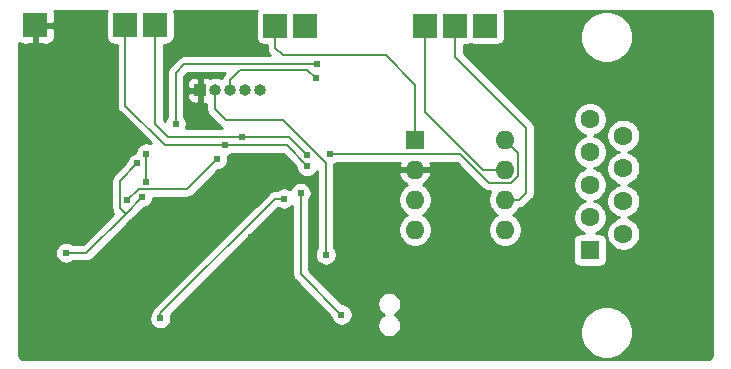
<source format=gbl>
G04 #@! TF.GenerationSoftware,KiCad,Pcbnew,(5.1.9-0-10_14)*
G04 #@! TF.CreationDate,2021-04-11T20:07:46+09:00*
G04 #@! TF.ProjectId,usbCAN,75736243-414e-42e6-9b69-6361645f7063,V1.0*
G04 #@! TF.SameCoordinates,Original*
G04 #@! TF.FileFunction,Copper,L2,Bot*
G04 #@! TF.FilePolarity,Positive*
%FSLAX46Y46*%
G04 Gerber Fmt 4.6, Leading zero omitted, Abs format (unit mm)*
G04 Created by KiCad (PCBNEW (5.1.9-0-10_14)) date 2021-04-11 20:07:46*
%MOMM*%
%LPD*%
G01*
G04 APERTURE LIST*
G04 #@! TA.AperFunction,ComponentPad*
%ADD10R,2.000000X2.000000*%
G04 #@! TD*
G04 #@! TA.AperFunction,ComponentPad*
%ADD11R,1.600000X1.600000*%
G04 #@! TD*
G04 #@! TA.AperFunction,ComponentPad*
%ADD12C,1.600000*%
G04 #@! TD*
G04 #@! TA.AperFunction,ComponentPad*
%ADD13O,1.600000X1.600000*%
G04 #@! TD*
G04 #@! TA.AperFunction,ComponentPad*
%ADD14R,1.000000X1.000000*%
G04 #@! TD*
G04 #@! TA.AperFunction,ComponentPad*
%ADD15O,1.000000X1.000000*%
G04 #@! TD*
G04 #@! TA.AperFunction,ViaPad*
%ADD16C,0.609600*%
G04 #@! TD*
G04 #@! TA.AperFunction,Conductor*
%ADD17C,0.203200*%
G04 #@! TD*
G04 #@! TA.AperFunction,Conductor*
%ADD18C,0.254000*%
G04 #@! TD*
G04 #@! TA.AperFunction,Conductor*
%ADD19C,0.100000*%
G04 #@! TD*
G04 APERTURE END LIST*
D10*
X-27940000Y13500000D03*
D11*
X19000000Y-5540000D03*
D12*
X19000000Y-2770000D03*
X19000000Y0D03*
X19000000Y2770000D03*
X19000000Y5540000D03*
X21840000Y-4155000D03*
X21840000Y-1385000D03*
X21840000Y1385000D03*
X21840000Y4155000D03*
D11*
X4190000Y3810000D03*
D13*
X11810000Y-3810000D03*
X4190000Y1270000D03*
X11810000Y-1270000D03*
X4190000Y-1270000D03*
X11810000Y1270000D03*
X4190000Y-3810000D03*
X11810000Y3810000D03*
D10*
X10160000Y13470000D03*
X-5080000Y13470000D03*
X-7620000Y13470000D03*
X-17800000Y13500000D03*
X-20320000Y13500000D03*
X7620000Y13470000D03*
X5080000Y13470000D03*
D14*
X-14000000Y8000000D03*
D15*
X-12730000Y8000000D03*
X-11460000Y8000000D03*
X-10190000Y8000000D03*
X-8920000Y8000000D03*
D16*
X-9670000Y-4440000D03*
X-11670000Y-8990000D03*
X-22340000Y1620000D03*
X-25850000Y9960000D03*
X-13500000Y11500000D03*
X-25610000Y-12760000D03*
X-2000000Y-13500000D03*
X25000000Y-10000000D03*
X25000000Y0D03*
X25000000Y10000000D03*
X15000000Y10000000D03*
X15000000Y-10000000D03*
X-18890000Y-1030000D03*
X-25340000Y-5770000D03*
X-4110000Y10220000D03*
X-16070000Y5170000D03*
X-19300000Y1800000D03*
X-18600000Y250000D03*
X-18560000Y2630000D03*
X-4210000Y9030000D03*
X-17370000Y-11320000D03*
X-6910000Y-1180000D03*
X-3360000Y-5930000D03*
X-5490000Y-720000D03*
X-2030000Y-11000000D03*
X-11910000Y3320000D03*
X-4940000Y1580000D03*
X-10410000Y4050000D03*
X-4960000Y2540000D03*
X-2970000Y2590000D03*
X-20160000Y-1310000D03*
X-12550000Y2160000D03*
D17*
X-9670000Y-6990000D02*
X-11670000Y-8990000D01*
X-9670000Y-4440000D02*
X-9670000Y-6990000D01*
X4190000Y1270000D02*
X2820000Y1270000D01*
X2820000Y1270000D02*
X250000Y-1300000D01*
X250000Y-1300000D02*
X250000Y-11170000D01*
X250000Y-11170000D02*
X-1240000Y-12660000D01*
X-8000000Y-12660000D02*
X-11670000Y-8990000D01*
X-1240000Y-12660000D02*
X-8000000Y-12660000D01*
X-22340000Y1620000D02*
X-22340000Y6450000D01*
X-22340000Y6450000D02*
X-25850000Y9960000D01*
X-23630000Y-5770000D02*
X-25340000Y-5770000D01*
X-20315000Y-2455000D02*
X-23630000Y-5770000D01*
X-20769601Y-2000399D02*
X-20315000Y-2455000D01*
X-18890000Y-1030000D02*
X-20315000Y-2455000D01*
X-16070000Y8860000D02*
X-16070000Y5170000D01*
X-16070000Y9470000D02*
X-16070000Y8860000D01*
X-15320000Y10220000D02*
X-16070000Y9470000D01*
X-4110000Y10220000D02*
X-15320000Y10220000D01*
X-20769601Y330399D02*
X-20769601Y-2000399D01*
X-19300000Y1800000D02*
X-20769601Y330399D01*
X-18560000Y290000D02*
X-18600000Y250000D01*
X-18560000Y2630000D02*
X-18560000Y290000D01*
X-11460000Y8851504D02*
X-11460000Y8000000D01*
X-10581504Y9730000D02*
X-11460000Y8851504D01*
X-4910000Y9730000D02*
X-10581504Y9730000D01*
X-4210000Y9030000D02*
X-4910000Y9730000D01*
X-17370000Y-10888948D02*
X-7661052Y-1180000D01*
X-7661052Y-1180000D02*
X-6910000Y-1180000D01*
X-17370000Y-11320000D02*
X-17370000Y-10888948D01*
X11810000Y-1270000D02*
X13020000Y-1270000D01*
X13020000Y-1270000D02*
X13600000Y-690000D01*
X13600000Y-690000D02*
X13600000Y4820000D01*
X7620000Y10800000D02*
X7620000Y13470000D01*
X13600000Y4820000D02*
X7620000Y10800000D01*
X11810000Y1270000D02*
X9920000Y1270000D01*
X5080000Y6110000D02*
X5080000Y13470000D01*
X9920000Y1270000D02*
X5080000Y6110000D01*
X-11790000Y5430000D02*
X-12730000Y6370000D01*
X-6947790Y5430000D02*
X-11790000Y5430000D01*
X-3360000Y1842210D02*
X-6947790Y5430000D01*
X-12730000Y6370000D02*
X-12730000Y8000000D01*
X-3360000Y-5930000D02*
X-3360000Y1842210D01*
X4190000Y3810000D02*
X4190000Y8470000D01*
X4190000Y8470000D02*
X1720000Y10940000D01*
X1720000Y10940000D02*
X-7020000Y10940000D01*
X-7620000Y11540000D02*
X-7620000Y13470000D01*
X-7020000Y10940000D02*
X-7620000Y11540000D01*
X-5490000Y-7540000D02*
X-2030000Y-11000000D01*
X-5490000Y-720000D02*
X-5490000Y-7540000D01*
X-20320000Y11730000D02*
X-20320000Y13500000D01*
X-6680000Y3320000D02*
X-11910000Y3320000D01*
X-4940000Y1580000D02*
X-6680000Y3320000D01*
X-11910000Y3320000D02*
X-16970000Y3320000D01*
X-20320000Y6670000D02*
X-20320000Y11730000D01*
X-16970000Y3320000D02*
X-20320000Y6670000D01*
X-6470000Y4050000D02*
X-10410000Y4050000D01*
X-4960000Y2540000D02*
X-6470000Y4050000D01*
X-17800000Y5130000D02*
X-17800000Y9784750D01*
X-16720000Y4050000D02*
X-17800000Y5130000D01*
X-17800000Y9784750D02*
X-17800000Y13500000D01*
X-10410000Y4050000D02*
X-16720000Y4050000D01*
X12914801Y739695D02*
X12914801Y2705199D01*
X12340305Y165199D02*
X12914801Y739695D01*
X10450051Y165199D02*
X12340305Y165199D01*
X12914801Y2705199D02*
X11810000Y3810000D01*
X8025250Y2590000D02*
X10450051Y165199D01*
X-2970000Y2590000D02*
X8025250Y2590000D01*
X-19209601Y-359601D02*
X-20160000Y-1310000D01*
X-15069601Y-359601D02*
X-19209601Y-359601D01*
X-12550000Y2160000D02*
X-15069601Y-359601D01*
D18*
X-21945812Y14624482D02*
X-21958072Y14500000D01*
X-21958072Y12500000D01*
X-21945812Y12375518D01*
X-21909502Y12255820D01*
X-21850537Y12145506D01*
X-21771185Y12048815D01*
X-21674494Y11969463D01*
X-21564180Y11910498D01*
X-21444482Y11874188D01*
X-21320000Y11861928D01*
X-21056600Y11861928D01*
X-21056600Y11693815D01*
X-21056599Y11693805D01*
X-21056600Y6706183D01*
X-21060164Y6670000D01*
X-21056600Y6633817D01*
X-21056600Y6633815D01*
X-21045942Y6525602D01*
X-21003822Y6386752D01*
X-20975526Y6333814D01*
X-20935424Y6258788D01*
X-20903367Y6219727D01*
X-20843375Y6146626D01*
X-20815268Y6123559D01*
X-18182629Y3490920D01*
X-18285871Y3533684D01*
X-18467438Y3569800D01*
X-18652562Y3569800D01*
X-18834129Y3533684D01*
X-19005162Y3462840D01*
X-19159087Y3359990D01*
X-19289990Y3229087D01*
X-19392840Y3075162D01*
X-19463684Y2904129D01*
X-19499800Y2722562D01*
X-19499800Y2718469D01*
X-19574129Y2703684D01*
X-19745162Y2632840D01*
X-19899087Y2529990D01*
X-20029990Y2399087D01*
X-20132840Y2245162D01*
X-20203684Y2074129D01*
X-20237479Y1904231D01*
X-21264869Y876840D01*
X-21292976Y853773D01*
X-21385025Y741611D01*
X-21453423Y613647D01*
X-21495543Y474797D01*
X-21504824Y380562D01*
X-21509765Y330399D01*
X-21506201Y294215D01*
X-21506200Y-1964206D01*
X-21509765Y-2000399D01*
X-21498004Y-2119800D01*
X-21495542Y-2144798D01*
X-21487365Y-2171753D01*
X-21453423Y-2283646D01*
X-21385025Y-2411611D01*
X-21352704Y-2450994D01*
X-23935109Y-5033400D01*
X-24750806Y-5033400D01*
X-24894838Y-4937160D01*
X-25065871Y-4866316D01*
X-25247438Y-4830200D01*
X-25432562Y-4830200D01*
X-25614129Y-4866316D01*
X-25785162Y-4937160D01*
X-25939087Y-5040010D01*
X-26069990Y-5170913D01*
X-26172840Y-5324838D01*
X-26243684Y-5495871D01*
X-26279800Y-5677438D01*
X-26279800Y-5862562D01*
X-26243684Y-6044129D01*
X-26172840Y-6215162D01*
X-26069990Y-6369087D01*
X-25939087Y-6499990D01*
X-25785162Y-6602840D01*
X-25614129Y-6673684D01*
X-25432562Y-6709800D01*
X-25247438Y-6709800D01*
X-25065871Y-6673684D01*
X-24894838Y-6602840D01*
X-24750806Y-6506600D01*
X-23666183Y-6506600D01*
X-23630000Y-6510164D01*
X-23593817Y-6506600D01*
X-23593814Y-6506600D01*
X-23485601Y-6495942D01*
X-23346751Y-6453822D01*
X-23218787Y-6385424D01*
X-23106625Y-6293375D01*
X-23083554Y-6265263D01*
X-19819731Y-3001441D01*
X-19791625Y-2978375D01*
X-19768554Y-2950263D01*
X-18785770Y-1967479D01*
X-18615871Y-1933684D01*
X-18444838Y-1862840D01*
X-18290913Y-1759990D01*
X-18160010Y-1629087D01*
X-18057160Y-1475162D01*
X-17986316Y-1304129D01*
X-17950200Y-1122562D01*
X-17950200Y-1096201D01*
X-15105784Y-1096201D01*
X-15069601Y-1099765D01*
X-15033418Y-1096201D01*
X-15033415Y-1096201D01*
X-14925202Y-1085543D01*
X-14786352Y-1043423D01*
X-14658388Y-975025D01*
X-14546226Y-882976D01*
X-14523155Y-854865D01*
X-12445769Y1222521D01*
X-12275871Y1256316D01*
X-12104838Y1327160D01*
X-11950913Y1430010D01*
X-11820010Y1560913D01*
X-11717160Y1714838D01*
X-11646316Y1885871D01*
X-11610200Y2067438D01*
X-11610200Y2252562D01*
X-11642510Y2414995D01*
X-11635871Y2416316D01*
X-11464838Y2487160D01*
X-11320806Y2583400D01*
X-6985109Y2583400D01*
X-5877479Y1475769D01*
X-5843684Y1305871D01*
X-5772840Y1134838D01*
X-5669990Y980913D01*
X-5539087Y850010D01*
X-5385162Y747160D01*
X-5214129Y676316D01*
X-5032562Y640200D01*
X-4847438Y640200D01*
X-4665871Y676316D01*
X-4494838Y747160D01*
X-4340913Y850010D01*
X-4210010Y980913D01*
X-4107160Y1134838D01*
X-4096599Y1160334D01*
X-4096600Y-5340805D01*
X-4192840Y-5484838D01*
X-4263684Y-5655871D01*
X-4299800Y-5837438D01*
X-4299800Y-6022562D01*
X-4263684Y-6204129D01*
X-4192840Y-6375162D01*
X-4089990Y-6529087D01*
X-3959087Y-6659990D01*
X-3805162Y-6762840D01*
X-3634129Y-6833684D01*
X-3452562Y-6869800D01*
X-3267438Y-6869800D01*
X-3085871Y-6833684D01*
X-2914838Y-6762840D01*
X-2760913Y-6659990D01*
X-2630010Y-6529087D01*
X-2527160Y-6375162D01*
X-2456316Y-6204129D01*
X-2420200Y-6022562D01*
X-2420200Y-5837438D01*
X-2456316Y-5655871D01*
X-2527160Y-5484838D01*
X-2623400Y-5340806D01*
X-2623400Y-1128665D01*
X2755000Y-1128665D01*
X2755000Y-1411335D01*
X2810147Y-1688574D01*
X2918320Y-1949727D01*
X3075363Y-2184759D01*
X3275241Y-2384637D01*
X3507759Y-2540000D01*
X3275241Y-2695363D01*
X3075363Y-2895241D01*
X2918320Y-3130273D01*
X2810147Y-3391426D01*
X2755000Y-3668665D01*
X2755000Y-3951335D01*
X2810147Y-4228574D01*
X2918320Y-4489727D01*
X3075363Y-4724759D01*
X3275241Y-4924637D01*
X3510273Y-5081680D01*
X3771426Y-5189853D01*
X4048665Y-5245000D01*
X4331335Y-5245000D01*
X4608574Y-5189853D01*
X4869727Y-5081680D01*
X5104759Y-4924637D01*
X5304637Y-4724759D01*
X5461680Y-4489727D01*
X5569853Y-4228574D01*
X5625000Y-3951335D01*
X5625000Y-3668665D01*
X5569853Y-3391426D01*
X5461680Y-3130273D01*
X5304637Y-2895241D01*
X5104759Y-2695363D01*
X4872241Y-2540000D01*
X5104759Y-2384637D01*
X5304637Y-2184759D01*
X5461680Y-1949727D01*
X5569853Y-1688574D01*
X5625000Y-1411335D01*
X5625000Y-1128665D01*
X5569853Y-851426D01*
X5461680Y-590273D01*
X5304637Y-355241D01*
X5104759Y-155363D01*
X4869727Y1680D01*
X4859135Y6067D01*
X5045131Y117615D01*
X5253519Y306586D01*
X5421037Y532580D01*
X5541246Y786913D01*
X5581904Y920961D01*
X5459915Y1143000D01*
X4317000Y1143000D01*
X4317000Y1123000D01*
X4063000Y1123000D01*
X4063000Y1143000D01*
X2920085Y1143000D01*
X2798096Y920961D01*
X2838754Y786913D01*
X2958963Y532580D01*
X3126481Y306586D01*
X3334869Y117615D01*
X3520865Y6067D01*
X3510273Y1680D01*
X3275241Y-155363D01*
X3075363Y-355241D01*
X2918320Y-590273D01*
X2810147Y-851426D01*
X2755000Y-1128665D01*
X-2623400Y-1128665D01*
X-2623400Y1716334D01*
X-2524838Y1757160D01*
X-2380806Y1853400D01*
X2886166Y1853400D01*
X2838754Y1753087D01*
X2798096Y1619039D01*
X2920085Y1397000D01*
X4063000Y1397000D01*
X4063000Y1417000D01*
X4317000Y1417000D01*
X4317000Y1397000D01*
X5459915Y1397000D01*
X5581904Y1619039D01*
X5541246Y1753087D01*
X5493834Y1853400D01*
X7720141Y1853400D01*
X9903605Y-330064D01*
X9926676Y-358176D01*
X10038838Y-450225D01*
X10166802Y-518623D01*
X10305652Y-560743D01*
X10413865Y-571401D01*
X10413874Y-571401D01*
X10450050Y-574964D01*
X10486226Y-571401D01*
X10550930Y-571401D01*
X10538320Y-590273D01*
X10430147Y-851426D01*
X10375000Y-1128665D01*
X10375000Y-1411335D01*
X10430147Y-1688574D01*
X10538320Y-1949727D01*
X10695363Y-2184759D01*
X10895241Y-2384637D01*
X11127759Y-2540000D01*
X10895241Y-2695363D01*
X10695363Y-2895241D01*
X10538320Y-3130273D01*
X10430147Y-3391426D01*
X10375000Y-3668665D01*
X10375000Y-3951335D01*
X10430147Y-4228574D01*
X10538320Y-4489727D01*
X10695363Y-4724759D01*
X10895241Y-4924637D01*
X11130273Y-5081680D01*
X11391426Y-5189853D01*
X11668665Y-5245000D01*
X11951335Y-5245000D01*
X12228574Y-5189853D01*
X12489727Y-5081680D01*
X12724759Y-4924637D01*
X12909396Y-4740000D01*
X17561928Y-4740000D01*
X17561928Y-6340000D01*
X17574188Y-6464482D01*
X17610498Y-6584180D01*
X17669463Y-6694494D01*
X17748815Y-6791185D01*
X17845506Y-6870537D01*
X17955820Y-6929502D01*
X18075518Y-6965812D01*
X18200000Y-6978072D01*
X19800000Y-6978072D01*
X19924482Y-6965812D01*
X20044180Y-6929502D01*
X20154494Y-6870537D01*
X20251185Y-6791185D01*
X20330537Y-6694494D01*
X20389502Y-6584180D01*
X20425812Y-6464482D01*
X20438072Y-6340000D01*
X20438072Y-4740000D01*
X20425812Y-4615518D01*
X20389502Y-4495820D01*
X20330537Y-4385506D01*
X20251185Y-4288815D01*
X20154494Y-4209463D01*
X20044180Y-4150498D01*
X19924482Y-4114188D01*
X19800000Y-4101928D01*
X19534275Y-4101928D01*
X19679727Y-4041680D01*
X19914759Y-3884637D01*
X20114637Y-3684759D01*
X20271680Y-3449727D01*
X20379853Y-3188574D01*
X20435000Y-2911335D01*
X20435000Y-2628665D01*
X20379853Y-2351426D01*
X20271680Y-2090273D01*
X20114637Y-1855241D01*
X19914759Y-1655363D01*
X19679727Y-1498320D01*
X19418574Y-1390147D01*
X19392699Y-1385000D01*
X19418574Y-1379853D01*
X19679727Y-1271680D01*
X19914759Y-1114637D01*
X20114637Y-914759D01*
X20271680Y-679727D01*
X20379853Y-418574D01*
X20435000Y-141335D01*
X20435000Y141335D01*
X20379853Y418574D01*
X20271680Y679727D01*
X20114637Y914759D01*
X19914759Y1114637D01*
X19679727Y1271680D01*
X19418574Y1379853D01*
X19392699Y1385000D01*
X19418574Y1390147D01*
X19679727Y1498320D01*
X19914759Y1655363D01*
X20114637Y1855241D01*
X20271680Y2090273D01*
X20379853Y2351426D01*
X20435000Y2628665D01*
X20435000Y2911335D01*
X20379853Y3188574D01*
X20271680Y3449727D01*
X20114637Y3684759D01*
X19914759Y3884637D01*
X19679727Y4041680D01*
X19418574Y4149853D01*
X19392699Y4155000D01*
X19418574Y4160147D01*
X19679727Y4268320D01*
X19721654Y4296335D01*
X20405000Y4296335D01*
X20405000Y4013665D01*
X20460147Y3736426D01*
X20568320Y3475273D01*
X20725363Y3240241D01*
X20925241Y3040363D01*
X21160273Y2883320D01*
X21421426Y2775147D01*
X21447301Y2770000D01*
X21421426Y2764853D01*
X21160273Y2656680D01*
X20925241Y2499637D01*
X20725363Y2299759D01*
X20568320Y2064727D01*
X20460147Y1803574D01*
X20405000Y1526335D01*
X20405000Y1243665D01*
X20460147Y966426D01*
X20568320Y705273D01*
X20725363Y470241D01*
X20925241Y270363D01*
X21160273Y113320D01*
X21421426Y5147D01*
X21447301Y0D01*
X21421426Y-5147D01*
X21160273Y-113320D01*
X20925241Y-270363D01*
X20725363Y-470241D01*
X20568320Y-705273D01*
X20460147Y-966426D01*
X20405000Y-1243665D01*
X20405000Y-1526335D01*
X20460147Y-1803574D01*
X20568320Y-2064727D01*
X20725363Y-2299759D01*
X20925241Y-2499637D01*
X21160273Y-2656680D01*
X21421426Y-2764853D01*
X21447301Y-2770000D01*
X21421426Y-2775147D01*
X21160273Y-2883320D01*
X20925241Y-3040363D01*
X20725363Y-3240241D01*
X20568320Y-3475273D01*
X20460147Y-3736426D01*
X20405000Y-4013665D01*
X20405000Y-4296335D01*
X20460147Y-4573574D01*
X20568320Y-4834727D01*
X20725363Y-5069759D01*
X20925241Y-5269637D01*
X21160273Y-5426680D01*
X21421426Y-5534853D01*
X21698665Y-5590000D01*
X21981335Y-5590000D01*
X22258574Y-5534853D01*
X22519727Y-5426680D01*
X22754759Y-5269637D01*
X22954637Y-5069759D01*
X23111680Y-4834727D01*
X23219853Y-4573574D01*
X23275000Y-4296335D01*
X23275000Y-4013665D01*
X23219853Y-3736426D01*
X23111680Y-3475273D01*
X22954637Y-3240241D01*
X22754759Y-3040363D01*
X22519727Y-2883320D01*
X22258574Y-2775147D01*
X22232699Y-2770000D01*
X22258574Y-2764853D01*
X22519727Y-2656680D01*
X22754759Y-2499637D01*
X22954637Y-2299759D01*
X23111680Y-2064727D01*
X23219853Y-1803574D01*
X23275000Y-1526335D01*
X23275000Y-1243665D01*
X23219853Y-966426D01*
X23111680Y-705273D01*
X22954637Y-470241D01*
X22754759Y-270363D01*
X22519727Y-113320D01*
X22258574Y-5147D01*
X22232699Y0D01*
X22258574Y5147D01*
X22519727Y113320D01*
X22754759Y270363D01*
X22954637Y470241D01*
X23111680Y705273D01*
X23219853Y966426D01*
X23275000Y1243665D01*
X23275000Y1526335D01*
X23219853Y1803574D01*
X23111680Y2064727D01*
X22954637Y2299759D01*
X22754759Y2499637D01*
X22519727Y2656680D01*
X22258574Y2764853D01*
X22232699Y2770000D01*
X22258574Y2775147D01*
X22519727Y2883320D01*
X22754759Y3040363D01*
X22954637Y3240241D01*
X23111680Y3475273D01*
X23219853Y3736426D01*
X23275000Y4013665D01*
X23275000Y4296335D01*
X23219853Y4573574D01*
X23111680Y4834727D01*
X22954637Y5069759D01*
X22754759Y5269637D01*
X22519727Y5426680D01*
X22258574Y5534853D01*
X21981335Y5590000D01*
X21698665Y5590000D01*
X21421426Y5534853D01*
X21160273Y5426680D01*
X20925241Y5269637D01*
X20725363Y5069759D01*
X20568320Y4834727D01*
X20460147Y4573574D01*
X20405000Y4296335D01*
X19721654Y4296335D01*
X19914759Y4425363D01*
X20114637Y4625241D01*
X20271680Y4860273D01*
X20379853Y5121426D01*
X20435000Y5398665D01*
X20435000Y5681335D01*
X20379853Y5958574D01*
X20271680Y6219727D01*
X20114637Y6454759D01*
X19914759Y6654637D01*
X19679727Y6811680D01*
X19418574Y6919853D01*
X19141335Y6975000D01*
X18858665Y6975000D01*
X18581426Y6919853D01*
X18320273Y6811680D01*
X18085241Y6654637D01*
X17885363Y6454759D01*
X17728320Y6219727D01*
X17620147Y5958574D01*
X17565000Y5681335D01*
X17565000Y5398665D01*
X17620147Y5121426D01*
X17728320Y4860273D01*
X17885363Y4625241D01*
X18085241Y4425363D01*
X18320273Y4268320D01*
X18581426Y4160147D01*
X18607301Y4155000D01*
X18581426Y4149853D01*
X18320273Y4041680D01*
X18085241Y3884637D01*
X17885363Y3684759D01*
X17728320Y3449727D01*
X17620147Y3188574D01*
X17565000Y2911335D01*
X17565000Y2628665D01*
X17620147Y2351426D01*
X17728320Y2090273D01*
X17885363Y1855241D01*
X18085241Y1655363D01*
X18320273Y1498320D01*
X18581426Y1390147D01*
X18607301Y1385000D01*
X18581426Y1379853D01*
X18320273Y1271680D01*
X18085241Y1114637D01*
X17885363Y914759D01*
X17728320Y679727D01*
X17620147Y418574D01*
X17565000Y141335D01*
X17565000Y-141335D01*
X17620147Y-418574D01*
X17728320Y-679727D01*
X17885363Y-914759D01*
X18085241Y-1114637D01*
X18320273Y-1271680D01*
X18581426Y-1379853D01*
X18607301Y-1385000D01*
X18581426Y-1390147D01*
X18320273Y-1498320D01*
X18085241Y-1655363D01*
X17885363Y-1855241D01*
X17728320Y-2090273D01*
X17620147Y-2351426D01*
X17565000Y-2628665D01*
X17565000Y-2911335D01*
X17620147Y-3188574D01*
X17728320Y-3449727D01*
X17885363Y-3684759D01*
X18085241Y-3884637D01*
X18320273Y-4041680D01*
X18465725Y-4101928D01*
X18200000Y-4101928D01*
X18075518Y-4114188D01*
X17955820Y-4150498D01*
X17845506Y-4209463D01*
X17748815Y-4288815D01*
X17669463Y-4385506D01*
X17610498Y-4495820D01*
X17574188Y-4615518D01*
X17561928Y-4740000D01*
X12909396Y-4740000D01*
X12924637Y-4724759D01*
X13081680Y-4489727D01*
X13189853Y-4228574D01*
X13245000Y-3951335D01*
X13245000Y-3668665D01*
X13189853Y-3391426D01*
X13081680Y-3130273D01*
X12924637Y-2895241D01*
X12724759Y-2695363D01*
X12492241Y-2540000D01*
X12724759Y-2384637D01*
X12924637Y-2184759D01*
X13042798Y-2007918D01*
X13056183Y-2006600D01*
X13056186Y-2006600D01*
X13164399Y-1995942D01*
X13303249Y-1953822D01*
X13431213Y-1885424D01*
X13543375Y-1793375D01*
X13566445Y-1765264D01*
X14095273Y-1236437D01*
X14123374Y-1213375D01*
X14146437Y-1185273D01*
X14146442Y-1185268D01*
X14215424Y-1101213D01*
X14250494Y-1035601D01*
X14283822Y-973249D01*
X14325942Y-834399D01*
X14336600Y-726186D01*
X14336600Y-726185D01*
X14340164Y-690000D01*
X14336600Y-653814D01*
X14336600Y4783825D01*
X14340163Y4820001D01*
X14336600Y4856177D01*
X14336600Y4856186D01*
X14325942Y4964399D01*
X14283822Y5103249D01*
X14215424Y5231213D01*
X14123375Y5343375D01*
X14095269Y5366441D01*
X8356600Y11105109D01*
X8356600Y11831928D01*
X8620000Y11831928D01*
X8744482Y11844188D01*
X8864180Y11880498D01*
X8890000Y11894299D01*
X8915820Y11880498D01*
X9035518Y11844188D01*
X9160000Y11831928D01*
X11160000Y11831928D01*
X11284482Y11844188D01*
X11404180Y11880498D01*
X11514494Y11939463D01*
X11611185Y12018815D01*
X11690537Y12115506D01*
X11749502Y12225820D01*
X11785812Y12345518D01*
X11798072Y12470000D01*
X11798072Y12720128D01*
X18185000Y12720128D01*
X18185000Y12279872D01*
X18270890Y11848075D01*
X18439369Y11441331D01*
X18683962Y11075271D01*
X18995271Y10763962D01*
X19361331Y10519369D01*
X19768075Y10350890D01*
X20199872Y10265000D01*
X20640128Y10265000D01*
X21071925Y10350890D01*
X21478669Y10519369D01*
X21844729Y10763962D01*
X22156038Y11075271D01*
X22400631Y11441331D01*
X22569110Y11848075D01*
X22655000Y12279872D01*
X22655000Y12720128D01*
X22569110Y13151925D01*
X22400631Y13558669D01*
X22156038Y13924729D01*
X21844729Y14236038D01*
X21478669Y14480631D01*
X21071925Y14649110D01*
X20640128Y14735000D01*
X20199872Y14735000D01*
X19768075Y14649110D01*
X19361331Y14480631D01*
X18995271Y14236038D01*
X18683962Y13924729D01*
X18439369Y13558669D01*
X18270890Y13151925D01*
X18185000Y12720128D01*
X11798072Y12720128D01*
X11798072Y14470000D01*
X11785812Y14594482D01*
X11749502Y14714180D01*
X11735701Y14740000D01*
X28967721Y14740000D01*
X29065424Y14730420D01*
X29128356Y14711420D01*
X29186405Y14680555D01*
X29237343Y14639011D01*
X29279248Y14588356D01*
X29310515Y14530529D01*
X29329956Y14467728D01*
X29340000Y14372165D01*
X29340001Y-14367711D01*
X29330420Y-14465424D01*
X29311420Y-14528357D01*
X29280554Y-14586406D01*
X29239011Y-14637343D01*
X29188356Y-14679248D01*
X29130529Y-14710515D01*
X29067728Y-14729956D01*
X28972165Y-14740000D01*
X-28967721Y-14740000D01*
X-29065424Y-14730420D01*
X-29128357Y-14711420D01*
X-29186406Y-14680554D01*
X-29237343Y-14639011D01*
X-29279248Y-14588356D01*
X-29310515Y-14530529D01*
X-29329956Y-14467728D01*
X-29340000Y-14372165D01*
X-29340000Y-11227438D01*
X-18309800Y-11227438D01*
X-18309800Y-11412562D01*
X-18273684Y-11594129D01*
X-18202840Y-11765162D01*
X-18099990Y-11919087D01*
X-17969087Y-12049990D01*
X-17815162Y-12152840D01*
X-17644129Y-12223684D01*
X-17462562Y-12259800D01*
X-17277438Y-12259800D01*
X-17095871Y-12223684D01*
X-16924838Y-12152840D01*
X-16770913Y-12049990D01*
X-16640010Y-11919087D01*
X-16537160Y-11765162D01*
X-16466316Y-11594129D01*
X-16430200Y-11412562D01*
X-16430200Y-11227438D01*
X-16466316Y-11045871D01*
X-16471851Y-11032508D01*
X-7413321Y-1973979D01*
X-7355162Y-2012840D01*
X-7184129Y-2083684D01*
X-7002562Y-2119800D01*
X-6817438Y-2119800D01*
X-6635871Y-2083684D01*
X-6464838Y-2012840D01*
X-6310913Y-1909990D01*
X-6226600Y-1825677D01*
X-6226599Y-7503807D01*
X-6230164Y-7540000D01*
X-6217208Y-7671532D01*
X-6215941Y-7684399D01*
X-6173821Y-7823249D01*
X-6105423Y-7951213D01*
X-6013374Y-8063375D01*
X-5985268Y-8086441D01*
X-2967479Y-11104231D01*
X-2933684Y-11274129D01*
X-2862840Y-11445162D01*
X-2759990Y-11599087D01*
X-2629087Y-11729990D01*
X-2475162Y-11832840D01*
X-2304129Y-11903684D01*
X-2122562Y-11939800D01*
X-1937438Y-11939800D01*
X-1755871Y-11903684D01*
X-1584838Y-11832840D01*
X-1430913Y-11729990D01*
X-1300010Y-11599087D01*
X-1197160Y-11445162D01*
X-1126316Y-11274129D01*
X-1090200Y-11092562D01*
X-1090200Y-10907438D01*
X-1126316Y-10725871D01*
X-1197160Y-10554838D01*
X-1300010Y-10400913D01*
X-1430913Y-10270010D01*
X-1584838Y-10167160D01*
X-1755871Y-10096316D01*
X-1925769Y-10062521D01*
X-1987766Y-10000524D01*
X990000Y-10000524D01*
X990000Y-10199476D01*
X1028814Y-10394606D01*
X1104950Y-10578414D01*
X1215482Y-10743837D01*
X1356163Y-10884518D01*
X1521586Y-10995050D01*
X1533536Y-11000000D01*
X1521586Y-11004950D01*
X1356163Y-11115482D01*
X1215482Y-11256163D01*
X1104950Y-11421586D01*
X1028814Y-11605394D01*
X990000Y-11800524D01*
X990000Y-11999476D01*
X1028814Y-12194606D01*
X1104950Y-12378414D01*
X1215482Y-12543837D01*
X1356163Y-12684518D01*
X1521586Y-12795050D01*
X1705394Y-12871186D01*
X1900524Y-12910000D01*
X2099476Y-12910000D01*
X2294606Y-12871186D01*
X2478414Y-12795050D01*
X2643837Y-12684518D01*
X2784518Y-12543837D01*
X2895050Y-12378414D01*
X2935867Y-12279872D01*
X18185000Y-12279872D01*
X18185000Y-12720128D01*
X18270890Y-13151925D01*
X18439369Y-13558669D01*
X18683962Y-13924729D01*
X18995271Y-14236038D01*
X19361331Y-14480631D01*
X19768075Y-14649110D01*
X20199872Y-14735000D01*
X20640128Y-14735000D01*
X21071925Y-14649110D01*
X21478669Y-14480631D01*
X21844729Y-14236038D01*
X22156038Y-13924729D01*
X22400631Y-13558669D01*
X22569110Y-13151925D01*
X22655000Y-12720128D01*
X22655000Y-12279872D01*
X22569110Y-11848075D01*
X22400631Y-11441331D01*
X22156038Y-11075271D01*
X21844729Y-10763962D01*
X21478669Y-10519369D01*
X21071925Y-10350890D01*
X20640128Y-10265000D01*
X20199872Y-10265000D01*
X19768075Y-10350890D01*
X19361331Y-10519369D01*
X18995271Y-10763962D01*
X18683962Y-11075271D01*
X18439369Y-11441331D01*
X18270890Y-11848075D01*
X18185000Y-12279872D01*
X2935867Y-12279872D01*
X2971186Y-12194606D01*
X3010000Y-11999476D01*
X3010000Y-11800524D01*
X2971186Y-11605394D01*
X2895050Y-11421586D01*
X2784518Y-11256163D01*
X2643837Y-11115482D01*
X2478414Y-11004950D01*
X2466464Y-11000000D01*
X2478414Y-10995050D01*
X2643837Y-10884518D01*
X2784518Y-10743837D01*
X2895050Y-10578414D01*
X2971186Y-10394606D01*
X3010000Y-10199476D01*
X3010000Y-10000524D01*
X2971186Y-9805394D01*
X2895050Y-9621586D01*
X2784518Y-9456163D01*
X2643837Y-9315482D01*
X2478414Y-9204950D01*
X2294606Y-9128814D01*
X2099476Y-9090000D01*
X1900524Y-9090000D01*
X1705394Y-9128814D01*
X1521586Y-9204950D01*
X1356163Y-9315482D01*
X1215482Y-9456163D01*
X1104950Y-9621586D01*
X1028814Y-9805394D01*
X990000Y-10000524D01*
X-1987766Y-10000524D01*
X-4753400Y-7234891D01*
X-4753400Y-1309194D01*
X-4657160Y-1165162D01*
X-4586316Y-994129D01*
X-4550200Y-812562D01*
X-4550200Y-627438D01*
X-4586316Y-445871D01*
X-4657160Y-274838D01*
X-4760010Y-120913D01*
X-4890913Y9990D01*
X-5044838Y112840D01*
X-5215871Y183684D01*
X-5397438Y219800D01*
X-5582562Y219800D01*
X-5764129Y183684D01*
X-5935162Y112840D01*
X-6089087Y9990D01*
X-6219990Y-120913D01*
X-6322840Y-274838D01*
X-6377084Y-405796D01*
X-6464838Y-347160D01*
X-6635871Y-276316D01*
X-6817438Y-240200D01*
X-7002562Y-240200D01*
X-7184129Y-276316D01*
X-7355162Y-347160D01*
X-7499194Y-443400D01*
X-7624866Y-443400D01*
X-7661052Y-439836D01*
X-7697238Y-443400D01*
X-7805451Y-454058D01*
X-7944301Y-496178D01*
X-8033878Y-544058D01*
X-8072265Y-564576D01*
X-8138322Y-618788D01*
X-8184427Y-656625D01*
X-8207493Y-684731D01*
X-17865268Y-10342507D01*
X-17893374Y-10365573D01*
X-17985424Y-10477735D01*
X-18053822Y-10605699D01*
X-18083887Y-10704810D01*
X-18099990Y-10720913D01*
X-18202840Y-10874838D01*
X-18273684Y-11045871D01*
X-18309800Y-11227438D01*
X-29340000Y-11227438D01*
X-29340000Y12006809D01*
X-29294494Y11969463D01*
X-29184180Y11910498D01*
X-29064482Y11874188D01*
X-28940000Y11861928D01*
X-28225750Y11865000D01*
X-28067000Y12023750D01*
X-28067000Y13373000D01*
X-27813000Y13373000D01*
X-27813000Y12023750D01*
X-27654250Y11865000D01*
X-26940000Y11861928D01*
X-26815518Y11874188D01*
X-26695820Y11910498D01*
X-26585506Y11969463D01*
X-26488815Y12048815D01*
X-26409463Y12145506D01*
X-26350498Y12255820D01*
X-26314188Y12375518D01*
X-26301928Y12500000D01*
X-26305000Y13214250D01*
X-26463750Y13373000D01*
X-27813000Y13373000D01*
X-28067000Y13373000D01*
X-28087000Y13373000D01*
X-28087000Y13627000D01*
X-28067000Y13627000D01*
X-28067000Y13647000D01*
X-27813000Y13647000D01*
X-27813000Y13627000D01*
X-26463750Y13627000D01*
X-26305000Y13785750D01*
X-26301928Y14500000D01*
X-26314188Y14624482D01*
X-26349230Y14740000D01*
X-21910770Y14740000D01*
X-21945812Y14624482D01*
G04 #@! TA.AperFunction,Conductor*
D19*
G36*
X-21945812Y14624482D02*
G01*
X-21958072Y14500000D01*
X-21958072Y12500000D01*
X-21945812Y12375518D01*
X-21909502Y12255820D01*
X-21850537Y12145506D01*
X-21771185Y12048815D01*
X-21674494Y11969463D01*
X-21564180Y11910498D01*
X-21444482Y11874188D01*
X-21320000Y11861928D01*
X-21056600Y11861928D01*
X-21056600Y11693815D01*
X-21056599Y11693805D01*
X-21056600Y6706183D01*
X-21060164Y6670000D01*
X-21056600Y6633817D01*
X-21056600Y6633815D01*
X-21045942Y6525602D01*
X-21003822Y6386752D01*
X-20975526Y6333814D01*
X-20935424Y6258788D01*
X-20903367Y6219727D01*
X-20843375Y6146626D01*
X-20815268Y6123559D01*
X-18182629Y3490920D01*
X-18285871Y3533684D01*
X-18467438Y3569800D01*
X-18652562Y3569800D01*
X-18834129Y3533684D01*
X-19005162Y3462840D01*
X-19159087Y3359990D01*
X-19289990Y3229087D01*
X-19392840Y3075162D01*
X-19463684Y2904129D01*
X-19499800Y2722562D01*
X-19499800Y2718469D01*
X-19574129Y2703684D01*
X-19745162Y2632840D01*
X-19899087Y2529990D01*
X-20029990Y2399087D01*
X-20132840Y2245162D01*
X-20203684Y2074129D01*
X-20237479Y1904231D01*
X-21264869Y876840D01*
X-21292976Y853773D01*
X-21385025Y741611D01*
X-21453423Y613647D01*
X-21495543Y474797D01*
X-21504824Y380562D01*
X-21509765Y330399D01*
X-21506201Y294215D01*
X-21506200Y-1964206D01*
X-21509765Y-2000399D01*
X-21498004Y-2119800D01*
X-21495542Y-2144798D01*
X-21487365Y-2171753D01*
X-21453423Y-2283646D01*
X-21385025Y-2411611D01*
X-21352704Y-2450994D01*
X-23935109Y-5033400D01*
X-24750806Y-5033400D01*
X-24894838Y-4937160D01*
X-25065871Y-4866316D01*
X-25247438Y-4830200D01*
X-25432562Y-4830200D01*
X-25614129Y-4866316D01*
X-25785162Y-4937160D01*
X-25939087Y-5040010D01*
X-26069990Y-5170913D01*
X-26172840Y-5324838D01*
X-26243684Y-5495871D01*
X-26279800Y-5677438D01*
X-26279800Y-5862562D01*
X-26243684Y-6044129D01*
X-26172840Y-6215162D01*
X-26069990Y-6369087D01*
X-25939087Y-6499990D01*
X-25785162Y-6602840D01*
X-25614129Y-6673684D01*
X-25432562Y-6709800D01*
X-25247438Y-6709800D01*
X-25065871Y-6673684D01*
X-24894838Y-6602840D01*
X-24750806Y-6506600D01*
X-23666183Y-6506600D01*
X-23630000Y-6510164D01*
X-23593817Y-6506600D01*
X-23593814Y-6506600D01*
X-23485601Y-6495942D01*
X-23346751Y-6453822D01*
X-23218787Y-6385424D01*
X-23106625Y-6293375D01*
X-23083554Y-6265263D01*
X-19819731Y-3001441D01*
X-19791625Y-2978375D01*
X-19768554Y-2950263D01*
X-18785770Y-1967479D01*
X-18615871Y-1933684D01*
X-18444838Y-1862840D01*
X-18290913Y-1759990D01*
X-18160010Y-1629087D01*
X-18057160Y-1475162D01*
X-17986316Y-1304129D01*
X-17950200Y-1122562D01*
X-17950200Y-1096201D01*
X-15105784Y-1096201D01*
X-15069601Y-1099765D01*
X-15033418Y-1096201D01*
X-15033415Y-1096201D01*
X-14925202Y-1085543D01*
X-14786352Y-1043423D01*
X-14658388Y-975025D01*
X-14546226Y-882976D01*
X-14523155Y-854865D01*
X-12445769Y1222521D01*
X-12275871Y1256316D01*
X-12104838Y1327160D01*
X-11950913Y1430010D01*
X-11820010Y1560913D01*
X-11717160Y1714838D01*
X-11646316Y1885871D01*
X-11610200Y2067438D01*
X-11610200Y2252562D01*
X-11642510Y2414995D01*
X-11635871Y2416316D01*
X-11464838Y2487160D01*
X-11320806Y2583400D01*
X-6985109Y2583400D01*
X-5877479Y1475769D01*
X-5843684Y1305871D01*
X-5772840Y1134838D01*
X-5669990Y980913D01*
X-5539087Y850010D01*
X-5385162Y747160D01*
X-5214129Y676316D01*
X-5032562Y640200D01*
X-4847438Y640200D01*
X-4665871Y676316D01*
X-4494838Y747160D01*
X-4340913Y850010D01*
X-4210010Y980913D01*
X-4107160Y1134838D01*
X-4096599Y1160334D01*
X-4096600Y-5340805D01*
X-4192840Y-5484838D01*
X-4263684Y-5655871D01*
X-4299800Y-5837438D01*
X-4299800Y-6022562D01*
X-4263684Y-6204129D01*
X-4192840Y-6375162D01*
X-4089990Y-6529087D01*
X-3959087Y-6659990D01*
X-3805162Y-6762840D01*
X-3634129Y-6833684D01*
X-3452562Y-6869800D01*
X-3267438Y-6869800D01*
X-3085871Y-6833684D01*
X-2914838Y-6762840D01*
X-2760913Y-6659990D01*
X-2630010Y-6529087D01*
X-2527160Y-6375162D01*
X-2456316Y-6204129D01*
X-2420200Y-6022562D01*
X-2420200Y-5837438D01*
X-2456316Y-5655871D01*
X-2527160Y-5484838D01*
X-2623400Y-5340806D01*
X-2623400Y-1128665D01*
X2755000Y-1128665D01*
X2755000Y-1411335D01*
X2810147Y-1688574D01*
X2918320Y-1949727D01*
X3075363Y-2184759D01*
X3275241Y-2384637D01*
X3507759Y-2540000D01*
X3275241Y-2695363D01*
X3075363Y-2895241D01*
X2918320Y-3130273D01*
X2810147Y-3391426D01*
X2755000Y-3668665D01*
X2755000Y-3951335D01*
X2810147Y-4228574D01*
X2918320Y-4489727D01*
X3075363Y-4724759D01*
X3275241Y-4924637D01*
X3510273Y-5081680D01*
X3771426Y-5189853D01*
X4048665Y-5245000D01*
X4331335Y-5245000D01*
X4608574Y-5189853D01*
X4869727Y-5081680D01*
X5104759Y-4924637D01*
X5304637Y-4724759D01*
X5461680Y-4489727D01*
X5569853Y-4228574D01*
X5625000Y-3951335D01*
X5625000Y-3668665D01*
X5569853Y-3391426D01*
X5461680Y-3130273D01*
X5304637Y-2895241D01*
X5104759Y-2695363D01*
X4872241Y-2540000D01*
X5104759Y-2384637D01*
X5304637Y-2184759D01*
X5461680Y-1949727D01*
X5569853Y-1688574D01*
X5625000Y-1411335D01*
X5625000Y-1128665D01*
X5569853Y-851426D01*
X5461680Y-590273D01*
X5304637Y-355241D01*
X5104759Y-155363D01*
X4869727Y1680D01*
X4859135Y6067D01*
X5045131Y117615D01*
X5253519Y306586D01*
X5421037Y532580D01*
X5541246Y786913D01*
X5581904Y920961D01*
X5459915Y1143000D01*
X4317000Y1143000D01*
X4317000Y1123000D01*
X4063000Y1123000D01*
X4063000Y1143000D01*
X2920085Y1143000D01*
X2798096Y920961D01*
X2838754Y786913D01*
X2958963Y532580D01*
X3126481Y306586D01*
X3334869Y117615D01*
X3520865Y6067D01*
X3510273Y1680D01*
X3275241Y-155363D01*
X3075363Y-355241D01*
X2918320Y-590273D01*
X2810147Y-851426D01*
X2755000Y-1128665D01*
X-2623400Y-1128665D01*
X-2623400Y1716334D01*
X-2524838Y1757160D01*
X-2380806Y1853400D01*
X2886166Y1853400D01*
X2838754Y1753087D01*
X2798096Y1619039D01*
X2920085Y1397000D01*
X4063000Y1397000D01*
X4063000Y1417000D01*
X4317000Y1417000D01*
X4317000Y1397000D01*
X5459915Y1397000D01*
X5581904Y1619039D01*
X5541246Y1753087D01*
X5493834Y1853400D01*
X7720141Y1853400D01*
X9903605Y-330064D01*
X9926676Y-358176D01*
X10038838Y-450225D01*
X10166802Y-518623D01*
X10305652Y-560743D01*
X10413865Y-571401D01*
X10413874Y-571401D01*
X10450050Y-574964D01*
X10486226Y-571401D01*
X10550930Y-571401D01*
X10538320Y-590273D01*
X10430147Y-851426D01*
X10375000Y-1128665D01*
X10375000Y-1411335D01*
X10430147Y-1688574D01*
X10538320Y-1949727D01*
X10695363Y-2184759D01*
X10895241Y-2384637D01*
X11127759Y-2540000D01*
X10895241Y-2695363D01*
X10695363Y-2895241D01*
X10538320Y-3130273D01*
X10430147Y-3391426D01*
X10375000Y-3668665D01*
X10375000Y-3951335D01*
X10430147Y-4228574D01*
X10538320Y-4489727D01*
X10695363Y-4724759D01*
X10895241Y-4924637D01*
X11130273Y-5081680D01*
X11391426Y-5189853D01*
X11668665Y-5245000D01*
X11951335Y-5245000D01*
X12228574Y-5189853D01*
X12489727Y-5081680D01*
X12724759Y-4924637D01*
X12909396Y-4740000D01*
X17561928Y-4740000D01*
X17561928Y-6340000D01*
X17574188Y-6464482D01*
X17610498Y-6584180D01*
X17669463Y-6694494D01*
X17748815Y-6791185D01*
X17845506Y-6870537D01*
X17955820Y-6929502D01*
X18075518Y-6965812D01*
X18200000Y-6978072D01*
X19800000Y-6978072D01*
X19924482Y-6965812D01*
X20044180Y-6929502D01*
X20154494Y-6870537D01*
X20251185Y-6791185D01*
X20330537Y-6694494D01*
X20389502Y-6584180D01*
X20425812Y-6464482D01*
X20438072Y-6340000D01*
X20438072Y-4740000D01*
X20425812Y-4615518D01*
X20389502Y-4495820D01*
X20330537Y-4385506D01*
X20251185Y-4288815D01*
X20154494Y-4209463D01*
X20044180Y-4150498D01*
X19924482Y-4114188D01*
X19800000Y-4101928D01*
X19534275Y-4101928D01*
X19679727Y-4041680D01*
X19914759Y-3884637D01*
X20114637Y-3684759D01*
X20271680Y-3449727D01*
X20379853Y-3188574D01*
X20435000Y-2911335D01*
X20435000Y-2628665D01*
X20379853Y-2351426D01*
X20271680Y-2090273D01*
X20114637Y-1855241D01*
X19914759Y-1655363D01*
X19679727Y-1498320D01*
X19418574Y-1390147D01*
X19392699Y-1385000D01*
X19418574Y-1379853D01*
X19679727Y-1271680D01*
X19914759Y-1114637D01*
X20114637Y-914759D01*
X20271680Y-679727D01*
X20379853Y-418574D01*
X20435000Y-141335D01*
X20435000Y141335D01*
X20379853Y418574D01*
X20271680Y679727D01*
X20114637Y914759D01*
X19914759Y1114637D01*
X19679727Y1271680D01*
X19418574Y1379853D01*
X19392699Y1385000D01*
X19418574Y1390147D01*
X19679727Y1498320D01*
X19914759Y1655363D01*
X20114637Y1855241D01*
X20271680Y2090273D01*
X20379853Y2351426D01*
X20435000Y2628665D01*
X20435000Y2911335D01*
X20379853Y3188574D01*
X20271680Y3449727D01*
X20114637Y3684759D01*
X19914759Y3884637D01*
X19679727Y4041680D01*
X19418574Y4149853D01*
X19392699Y4155000D01*
X19418574Y4160147D01*
X19679727Y4268320D01*
X19721654Y4296335D01*
X20405000Y4296335D01*
X20405000Y4013665D01*
X20460147Y3736426D01*
X20568320Y3475273D01*
X20725363Y3240241D01*
X20925241Y3040363D01*
X21160273Y2883320D01*
X21421426Y2775147D01*
X21447301Y2770000D01*
X21421426Y2764853D01*
X21160273Y2656680D01*
X20925241Y2499637D01*
X20725363Y2299759D01*
X20568320Y2064727D01*
X20460147Y1803574D01*
X20405000Y1526335D01*
X20405000Y1243665D01*
X20460147Y966426D01*
X20568320Y705273D01*
X20725363Y470241D01*
X20925241Y270363D01*
X21160273Y113320D01*
X21421426Y5147D01*
X21447301Y0D01*
X21421426Y-5147D01*
X21160273Y-113320D01*
X20925241Y-270363D01*
X20725363Y-470241D01*
X20568320Y-705273D01*
X20460147Y-966426D01*
X20405000Y-1243665D01*
X20405000Y-1526335D01*
X20460147Y-1803574D01*
X20568320Y-2064727D01*
X20725363Y-2299759D01*
X20925241Y-2499637D01*
X21160273Y-2656680D01*
X21421426Y-2764853D01*
X21447301Y-2770000D01*
X21421426Y-2775147D01*
X21160273Y-2883320D01*
X20925241Y-3040363D01*
X20725363Y-3240241D01*
X20568320Y-3475273D01*
X20460147Y-3736426D01*
X20405000Y-4013665D01*
X20405000Y-4296335D01*
X20460147Y-4573574D01*
X20568320Y-4834727D01*
X20725363Y-5069759D01*
X20925241Y-5269637D01*
X21160273Y-5426680D01*
X21421426Y-5534853D01*
X21698665Y-5590000D01*
X21981335Y-5590000D01*
X22258574Y-5534853D01*
X22519727Y-5426680D01*
X22754759Y-5269637D01*
X22954637Y-5069759D01*
X23111680Y-4834727D01*
X23219853Y-4573574D01*
X23275000Y-4296335D01*
X23275000Y-4013665D01*
X23219853Y-3736426D01*
X23111680Y-3475273D01*
X22954637Y-3240241D01*
X22754759Y-3040363D01*
X22519727Y-2883320D01*
X22258574Y-2775147D01*
X22232699Y-2770000D01*
X22258574Y-2764853D01*
X22519727Y-2656680D01*
X22754759Y-2499637D01*
X22954637Y-2299759D01*
X23111680Y-2064727D01*
X23219853Y-1803574D01*
X23275000Y-1526335D01*
X23275000Y-1243665D01*
X23219853Y-966426D01*
X23111680Y-705273D01*
X22954637Y-470241D01*
X22754759Y-270363D01*
X22519727Y-113320D01*
X22258574Y-5147D01*
X22232699Y0D01*
X22258574Y5147D01*
X22519727Y113320D01*
X22754759Y270363D01*
X22954637Y470241D01*
X23111680Y705273D01*
X23219853Y966426D01*
X23275000Y1243665D01*
X23275000Y1526335D01*
X23219853Y1803574D01*
X23111680Y2064727D01*
X22954637Y2299759D01*
X22754759Y2499637D01*
X22519727Y2656680D01*
X22258574Y2764853D01*
X22232699Y2770000D01*
X22258574Y2775147D01*
X22519727Y2883320D01*
X22754759Y3040363D01*
X22954637Y3240241D01*
X23111680Y3475273D01*
X23219853Y3736426D01*
X23275000Y4013665D01*
X23275000Y4296335D01*
X23219853Y4573574D01*
X23111680Y4834727D01*
X22954637Y5069759D01*
X22754759Y5269637D01*
X22519727Y5426680D01*
X22258574Y5534853D01*
X21981335Y5590000D01*
X21698665Y5590000D01*
X21421426Y5534853D01*
X21160273Y5426680D01*
X20925241Y5269637D01*
X20725363Y5069759D01*
X20568320Y4834727D01*
X20460147Y4573574D01*
X20405000Y4296335D01*
X19721654Y4296335D01*
X19914759Y4425363D01*
X20114637Y4625241D01*
X20271680Y4860273D01*
X20379853Y5121426D01*
X20435000Y5398665D01*
X20435000Y5681335D01*
X20379853Y5958574D01*
X20271680Y6219727D01*
X20114637Y6454759D01*
X19914759Y6654637D01*
X19679727Y6811680D01*
X19418574Y6919853D01*
X19141335Y6975000D01*
X18858665Y6975000D01*
X18581426Y6919853D01*
X18320273Y6811680D01*
X18085241Y6654637D01*
X17885363Y6454759D01*
X17728320Y6219727D01*
X17620147Y5958574D01*
X17565000Y5681335D01*
X17565000Y5398665D01*
X17620147Y5121426D01*
X17728320Y4860273D01*
X17885363Y4625241D01*
X18085241Y4425363D01*
X18320273Y4268320D01*
X18581426Y4160147D01*
X18607301Y4155000D01*
X18581426Y4149853D01*
X18320273Y4041680D01*
X18085241Y3884637D01*
X17885363Y3684759D01*
X17728320Y3449727D01*
X17620147Y3188574D01*
X17565000Y2911335D01*
X17565000Y2628665D01*
X17620147Y2351426D01*
X17728320Y2090273D01*
X17885363Y1855241D01*
X18085241Y1655363D01*
X18320273Y1498320D01*
X18581426Y1390147D01*
X18607301Y1385000D01*
X18581426Y1379853D01*
X18320273Y1271680D01*
X18085241Y1114637D01*
X17885363Y914759D01*
X17728320Y679727D01*
X17620147Y418574D01*
X17565000Y141335D01*
X17565000Y-141335D01*
X17620147Y-418574D01*
X17728320Y-679727D01*
X17885363Y-914759D01*
X18085241Y-1114637D01*
X18320273Y-1271680D01*
X18581426Y-1379853D01*
X18607301Y-1385000D01*
X18581426Y-1390147D01*
X18320273Y-1498320D01*
X18085241Y-1655363D01*
X17885363Y-1855241D01*
X17728320Y-2090273D01*
X17620147Y-2351426D01*
X17565000Y-2628665D01*
X17565000Y-2911335D01*
X17620147Y-3188574D01*
X17728320Y-3449727D01*
X17885363Y-3684759D01*
X18085241Y-3884637D01*
X18320273Y-4041680D01*
X18465725Y-4101928D01*
X18200000Y-4101928D01*
X18075518Y-4114188D01*
X17955820Y-4150498D01*
X17845506Y-4209463D01*
X17748815Y-4288815D01*
X17669463Y-4385506D01*
X17610498Y-4495820D01*
X17574188Y-4615518D01*
X17561928Y-4740000D01*
X12909396Y-4740000D01*
X12924637Y-4724759D01*
X13081680Y-4489727D01*
X13189853Y-4228574D01*
X13245000Y-3951335D01*
X13245000Y-3668665D01*
X13189853Y-3391426D01*
X13081680Y-3130273D01*
X12924637Y-2895241D01*
X12724759Y-2695363D01*
X12492241Y-2540000D01*
X12724759Y-2384637D01*
X12924637Y-2184759D01*
X13042798Y-2007918D01*
X13056183Y-2006600D01*
X13056186Y-2006600D01*
X13164399Y-1995942D01*
X13303249Y-1953822D01*
X13431213Y-1885424D01*
X13543375Y-1793375D01*
X13566445Y-1765264D01*
X14095273Y-1236437D01*
X14123374Y-1213375D01*
X14146437Y-1185273D01*
X14146442Y-1185268D01*
X14215424Y-1101213D01*
X14250494Y-1035601D01*
X14283822Y-973249D01*
X14325942Y-834399D01*
X14336600Y-726186D01*
X14336600Y-726185D01*
X14340164Y-690000D01*
X14336600Y-653814D01*
X14336600Y4783825D01*
X14340163Y4820001D01*
X14336600Y4856177D01*
X14336600Y4856186D01*
X14325942Y4964399D01*
X14283822Y5103249D01*
X14215424Y5231213D01*
X14123375Y5343375D01*
X14095269Y5366441D01*
X8356600Y11105109D01*
X8356600Y11831928D01*
X8620000Y11831928D01*
X8744482Y11844188D01*
X8864180Y11880498D01*
X8890000Y11894299D01*
X8915820Y11880498D01*
X9035518Y11844188D01*
X9160000Y11831928D01*
X11160000Y11831928D01*
X11284482Y11844188D01*
X11404180Y11880498D01*
X11514494Y11939463D01*
X11611185Y12018815D01*
X11690537Y12115506D01*
X11749502Y12225820D01*
X11785812Y12345518D01*
X11798072Y12470000D01*
X11798072Y12720128D01*
X18185000Y12720128D01*
X18185000Y12279872D01*
X18270890Y11848075D01*
X18439369Y11441331D01*
X18683962Y11075271D01*
X18995271Y10763962D01*
X19361331Y10519369D01*
X19768075Y10350890D01*
X20199872Y10265000D01*
X20640128Y10265000D01*
X21071925Y10350890D01*
X21478669Y10519369D01*
X21844729Y10763962D01*
X22156038Y11075271D01*
X22400631Y11441331D01*
X22569110Y11848075D01*
X22655000Y12279872D01*
X22655000Y12720128D01*
X22569110Y13151925D01*
X22400631Y13558669D01*
X22156038Y13924729D01*
X21844729Y14236038D01*
X21478669Y14480631D01*
X21071925Y14649110D01*
X20640128Y14735000D01*
X20199872Y14735000D01*
X19768075Y14649110D01*
X19361331Y14480631D01*
X18995271Y14236038D01*
X18683962Y13924729D01*
X18439369Y13558669D01*
X18270890Y13151925D01*
X18185000Y12720128D01*
X11798072Y12720128D01*
X11798072Y14470000D01*
X11785812Y14594482D01*
X11749502Y14714180D01*
X11735701Y14740000D01*
X28967721Y14740000D01*
X29065424Y14730420D01*
X29128356Y14711420D01*
X29186405Y14680555D01*
X29237343Y14639011D01*
X29279248Y14588356D01*
X29310515Y14530529D01*
X29329956Y14467728D01*
X29340000Y14372165D01*
X29340001Y-14367711D01*
X29330420Y-14465424D01*
X29311420Y-14528357D01*
X29280554Y-14586406D01*
X29239011Y-14637343D01*
X29188356Y-14679248D01*
X29130529Y-14710515D01*
X29067728Y-14729956D01*
X28972165Y-14740000D01*
X-28967721Y-14740000D01*
X-29065424Y-14730420D01*
X-29128357Y-14711420D01*
X-29186406Y-14680554D01*
X-29237343Y-14639011D01*
X-29279248Y-14588356D01*
X-29310515Y-14530529D01*
X-29329956Y-14467728D01*
X-29340000Y-14372165D01*
X-29340000Y-11227438D01*
X-18309800Y-11227438D01*
X-18309800Y-11412562D01*
X-18273684Y-11594129D01*
X-18202840Y-11765162D01*
X-18099990Y-11919087D01*
X-17969087Y-12049990D01*
X-17815162Y-12152840D01*
X-17644129Y-12223684D01*
X-17462562Y-12259800D01*
X-17277438Y-12259800D01*
X-17095871Y-12223684D01*
X-16924838Y-12152840D01*
X-16770913Y-12049990D01*
X-16640010Y-11919087D01*
X-16537160Y-11765162D01*
X-16466316Y-11594129D01*
X-16430200Y-11412562D01*
X-16430200Y-11227438D01*
X-16466316Y-11045871D01*
X-16471851Y-11032508D01*
X-7413321Y-1973979D01*
X-7355162Y-2012840D01*
X-7184129Y-2083684D01*
X-7002562Y-2119800D01*
X-6817438Y-2119800D01*
X-6635871Y-2083684D01*
X-6464838Y-2012840D01*
X-6310913Y-1909990D01*
X-6226600Y-1825677D01*
X-6226599Y-7503807D01*
X-6230164Y-7540000D01*
X-6217208Y-7671532D01*
X-6215941Y-7684399D01*
X-6173821Y-7823249D01*
X-6105423Y-7951213D01*
X-6013374Y-8063375D01*
X-5985268Y-8086441D01*
X-2967479Y-11104231D01*
X-2933684Y-11274129D01*
X-2862840Y-11445162D01*
X-2759990Y-11599087D01*
X-2629087Y-11729990D01*
X-2475162Y-11832840D01*
X-2304129Y-11903684D01*
X-2122562Y-11939800D01*
X-1937438Y-11939800D01*
X-1755871Y-11903684D01*
X-1584838Y-11832840D01*
X-1430913Y-11729990D01*
X-1300010Y-11599087D01*
X-1197160Y-11445162D01*
X-1126316Y-11274129D01*
X-1090200Y-11092562D01*
X-1090200Y-10907438D01*
X-1126316Y-10725871D01*
X-1197160Y-10554838D01*
X-1300010Y-10400913D01*
X-1430913Y-10270010D01*
X-1584838Y-10167160D01*
X-1755871Y-10096316D01*
X-1925769Y-10062521D01*
X-1987766Y-10000524D01*
X990000Y-10000524D01*
X990000Y-10199476D01*
X1028814Y-10394606D01*
X1104950Y-10578414D01*
X1215482Y-10743837D01*
X1356163Y-10884518D01*
X1521586Y-10995050D01*
X1533536Y-11000000D01*
X1521586Y-11004950D01*
X1356163Y-11115482D01*
X1215482Y-11256163D01*
X1104950Y-11421586D01*
X1028814Y-11605394D01*
X990000Y-11800524D01*
X990000Y-11999476D01*
X1028814Y-12194606D01*
X1104950Y-12378414D01*
X1215482Y-12543837D01*
X1356163Y-12684518D01*
X1521586Y-12795050D01*
X1705394Y-12871186D01*
X1900524Y-12910000D01*
X2099476Y-12910000D01*
X2294606Y-12871186D01*
X2478414Y-12795050D01*
X2643837Y-12684518D01*
X2784518Y-12543837D01*
X2895050Y-12378414D01*
X2935867Y-12279872D01*
X18185000Y-12279872D01*
X18185000Y-12720128D01*
X18270890Y-13151925D01*
X18439369Y-13558669D01*
X18683962Y-13924729D01*
X18995271Y-14236038D01*
X19361331Y-14480631D01*
X19768075Y-14649110D01*
X20199872Y-14735000D01*
X20640128Y-14735000D01*
X21071925Y-14649110D01*
X21478669Y-14480631D01*
X21844729Y-14236038D01*
X22156038Y-13924729D01*
X22400631Y-13558669D01*
X22569110Y-13151925D01*
X22655000Y-12720128D01*
X22655000Y-12279872D01*
X22569110Y-11848075D01*
X22400631Y-11441331D01*
X22156038Y-11075271D01*
X21844729Y-10763962D01*
X21478669Y-10519369D01*
X21071925Y-10350890D01*
X20640128Y-10265000D01*
X20199872Y-10265000D01*
X19768075Y-10350890D01*
X19361331Y-10519369D01*
X18995271Y-10763962D01*
X18683962Y-11075271D01*
X18439369Y-11441331D01*
X18270890Y-11848075D01*
X18185000Y-12279872D01*
X2935867Y-12279872D01*
X2971186Y-12194606D01*
X3010000Y-11999476D01*
X3010000Y-11800524D01*
X2971186Y-11605394D01*
X2895050Y-11421586D01*
X2784518Y-11256163D01*
X2643837Y-11115482D01*
X2478414Y-11004950D01*
X2466464Y-11000000D01*
X2478414Y-10995050D01*
X2643837Y-10884518D01*
X2784518Y-10743837D01*
X2895050Y-10578414D01*
X2971186Y-10394606D01*
X3010000Y-10199476D01*
X3010000Y-10000524D01*
X2971186Y-9805394D01*
X2895050Y-9621586D01*
X2784518Y-9456163D01*
X2643837Y-9315482D01*
X2478414Y-9204950D01*
X2294606Y-9128814D01*
X2099476Y-9090000D01*
X1900524Y-9090000D01*
X1705394Y-9128814D01*
X1521586Y-9204950D01*
X1356163Y-9315482D01*
X1215482Y-9456163D01*
X1104950Y-9621586D01*
X1028814Y-9805394D01*
X990000Y-10000524D01*
X-1987766Y-10000524D01*
X-4753400Y-7234891D01*
X-4753400Y-1309194D01*
X-4657160Y-1165162D01*
X-4586316Y-994129D01*
X-4550200Y-812562D01*
X-4550200Y-627438D01*
X-4586316Y-445871D01*
X-4657160Y-274838D01*
X-4760010Y-120913D01*
X-4890913Y9990D01*
X-5044838Y112840D01*
X-5215871Y183684D01*
X-5397438Y219800D01*
X-5582562Y219800D01*
X-5764129Y183684D01*
X-5935162Y112840D01*
X-6089087Y9990D01*
X-6219990Y-120913D01*
X-6322840Y-274838D01*
X-6377084Y-405796D01*
X-6464838Y-347160D01*
X-6635871Y-276316D01*
X-6817438Y-240200D01*
X-7002562Y-240200D01*
X-7184129Y-276316D01*
X-7355162Y-347160D01*
X-7499194Y-443400D01*
X-7624866Y-443400D01*
X-7661052Y-439836D01*
X-7697238Y-443400D01*
X-7805451Y-454058D01*
X-7944301Y-496178D01*
X-8033878Y-544058D01*
X-8072265Y-564576D01*
X-8138322Y-618788D01*
X-8184427Y-656625D01*
X-8207493Y-684731D01*
X-17865268Y-10342507D01*
X-17893374Y-10365573D01*
X-17985424Y-10477735D01*
X-18053822Y-10605699D01*
X-18083887Y-10704810D01*
X-18099990Y-10720913D01*
X-18202840Y-10874838D01*
X-18273684Y-11045871D01*
X-18309800Y-11227438D01*
X-29340000Y-11227438D01*
X-29340000Y12006809D01*
X-29294494Y11969463D01*
X-29184180Y11910498D01*
X-29064482Y11874188D01*
X-28940000Y11861928D01*
X-28225750Y11865000D01*
X-28067000Y12023750D01*
X-28067000Y13373000D01*
X-27813000Y13373000D01*
X-27813000Y12023750D01*
X-27654250Y11865000D01*
X-26940000Y11861928D01*
X-26815518Y11874188D01*
X-26695820Y11910498D01*
X-26585506Y11969463D01*
X-26488815Y12048815D01*
X-26409463Y12145506D01*
X-26350498Y12255820D01*
X-26314188Y12375518D01*
X-26301928Y12500000D01*
X-26305000Y13214250D01*
X-26463750Y13373000D01*
X-27813000Y13373000D01*
X-28067000Y13373000D01*
X-28087000Y13373000D01*
X-28087000Y13627000D01*
X-28067000Y13627000D01*
X-28067000Y13647000D01*
X-27813000Y13647000D01*
X-27813000Y13627000D01*
X-26463750Y13627000D01*
X-26305000Y13785750D01*
X-26301928Y14500000D01*
X-26314188Y14624482D01*
X-26349230Y14740000D01*
X-21910770Y14740000D01*
X-21945812Y14624482D01*
G37*
G04 #@! TD.AperFunction*
D18*
X-11955268Y9397945D02*
X-11983375Y9374878D01*
X-12075424Y9262716D01*
X-12143822Y9134752D01*
X-12184524Y9000577D01*
X-12192376Y9005824D01*
X-12398933Y9091383D01*
X-12618212Y9135000D01*
X-12841788Y9135000D01*
X-13061067Y9091383D01*
X-13172774Y9045112D01*
X-13255820Y9089502D01*
X-13375518Y9125812D01*
X-13500000Y9138072D01*
X-13714250Y9135000D01*
X-13873000Y8976250D01*
X-13873000Y8127000D01*
X-13861974Y8127000D01*
X-13865000Y8111788D01*
X-13865000Y7888212D01*
X-13861974Y7873000D01*
X-13873000Y7873000D01*
X-13873000Y7023750D01*
X-13714250Y6865000D01*
X-13500000Y6861928D01*
X-13466600Y6865218D01*
X-13466600Y6406184D01*
X-13470164Y6370000D01*
X-13466600Y6333817D01*
X-13466600Y6333815D01*
X-13455942Y6225602D01*
X-13413822Y6086752D01*
X-13345424Y5958788D01*
X-13253375Y5846626D01*
X-13225268Y5823559D01*
X-12336443Y4934733D01*
X-12313375Y4906625D01*
X-12201213Y4814576D01*
X-12148873Y4786600D01*
X-15211577Y4786600D01*
X-15166316Y4895871D01*
X-15130200Y5077438D01*
X-15130200Y5262562D01*
X-15166316Y5444129D01*
X-15237160Y5615162D01*
X-15333400Y5759194D01*
X-15333400Y7500000D01*
X-15138072Y7500000D01*
X-15125812Y7375518D01*
X-15089502Y7255820D01*
X-15030537Y7145506D01*
X-14951185Y7048815D01*
X-14854494Y6969463D01*
X-14744180Y6910498D01*
X-14624482Y6874188D01*
X-14500000Y6861928D01*
X-14285750Y6865000D01*
X-14127000Y7023750D01*
X-14127000Y7873000D01*
X-14976250Y7873000D01*
X-15135000Y7714250D01*
X-15138072Y7500000D01*
X-15333400Y7500000D01*
X-15333400Y8500000D01*
X-15138072Y8500000D01*
X-15135000Y8285750D01*
X-14976250Y8127000D01*
X-14127000Y8127000D01*
X-14127000Y8976250D01*
X-14285750Y9135000D01*
X-14500000Y9138072D01*
X-14624482Y9125812D01*
X-14744180Y9089502D01*
X-14854494Y9030537D01*
X-14951185Y8951185D01*
X-15030537Y8854494D01*
X-15089502Y8744180D01*
X-15125812Y8624482D01*
X-15138072Y8500000D01*
X-15333400Y8500000D01*
X-15333400Y9164891D01*
X-15014890Y9483400D01*
X-11869813Y9483400D01*
X-11955268Y9397945D01*
G04 #@! TA.AperFunction,Conductor*
D19*
G36*
X-11955268Y9397945D02*
G01*
X-11983375Y9374878D01*
X-12075424Y9262716D01*
X-12143822Y9134752D01*
X-12184524Y9000577D01*
X-12192376Y9005824D01*
X-12398933Y9091383D01*
X-12618212Y9135000D01*
X-12841788Y9135000D01*
X-13061067Y9091383D01*
X-13172774Y9045112D01*
X-13255820Y9089502D01*
X-13375518Y9125812D01*
X-13500000Y9138072D01*
X-13714250Y9135000D01*
X-13873000Y8976250D01*
X-13873000Y8127000D01*
X-13861974Y8127000D01*
X-13865000Y8111788D01*
X-13865000Y7888212D01*
X-13861974Y7873000D01*
X-13873000Y7873000D01*
X-13873000Y7023750D01*
X-13714250Y6865000D01*
X-13500000Y6861928D01*
X-13466600Y6865218D01*
X-13466600Y6406184D01*
X-13470164Y6370000D01*
X-13466600Y6333817D01*
X-13466600Y6333815D01*
X-13455942Y6225602D01*
X-13413822Y6086752D01*
X-13345424Y5958788D01*
X-13253375Y5846626D01*
X-13225268Y5823559D01*
X-12336443Y4934733D01*
X-12313375Y4906625D01*
X-12201213Y4814576D01*
X-12148873Y4786600D01*
X-15211577Y4786600D01*
X-15166316Y4895871D01*
X-15130200Y5077438D01*
X-15130200Y5262562D01*
X-15166316Y5444129D01*
X-15237160Y5615162D01*
X-15333400Y5759194D01*
X-15333400Y7500000D01*
X-15138072Y7500000D01*
X-15125812Y7375518D01*
X-15089502Y7255820D01*
X-15030537Y7145506D01*
X-14951185Y7048815D01*
X-14854494Y6969463D01*
X-14744180Y6910498D01*
X-14624482Y6874188D01*
X-14500000Y6861928D01*
X-14285750Y6865000D01*
X-14127000Y7023750D01*
X-14127000Y7873000D01*
X-14976250Y7873000D01*
X-15135000Y7714250D01*
X-15138072Y7500000D01*
X-15333400Y7500000D01*
X-15333400Y8500000D01*
X-15138072Y8500000D01*
X-15135000Y8285750D01*
X-14976250Y8127000D01*
X-14127000Y8127000D01*
X-14127000Y8976250D01*
X-14285750Y9135000D01*
X-14500000Y9138072D01*
X-14624482Y9125812D01*
X-14744180Y9089502D01*
X-14854494Y9030537D01*
X-14951185Y8951185D01*
X-15030537Y8854494D01*
X-15089502Y8744180D01*
X-15125812Y8624482D01*
X-15138072Y8500000D01*
X-15333400Y8500000D01*
X-15333400Y9164891D01*
X-15014890Y9483400D01*
X-11869813Y9483400D01*
X-11955268Y9397945D01*
G37*
G04 #@! TD.AperFunction*
D18*
X-9209502Y14714180D02*
X-9245812Y14594482D01*
X-9258072Y14470000D01*
X-9258072Y12470000D01*
X-9245812Y12345518D01*
X-9209502Y12225820D01*
X-9150537Y12115506D01*
X-9071185Y12018815D01*
X-8974494Y11939463D01*
X-8864180Y11880498D01*
X-8744482Y11844188D01*
X-8620000Y11831928D01*
X-8356600Y11831928D01*
X-8356600Y11576184D01*
X-8360164Y11540000D01*
X-8356600Y11503817D01*
X-8356600Y11503815D01*
X-8345942Y11395602D01*
X-8303822Y11256752D01*
X-8252000Y11159800D01*
X-8235424Y11128788D01*
X-8198049Y11083247D01*
X-8143375Y11016626D01*
X-8115268Y10993559D01*
X-8078309Y10956600D01*
X-15283825Y10956600D01*
X-15320001Y10960163D01*
X-15356177Y10956600D01*
X-15356186Y10956600D01*
X-15464399Y10945942D01*
X-15603249Y10903822D01*
X-15731213Y10835424D01*
X-15843375Y10743375D01*
X-15866441Y10715269D01*
X-16565268Y10016441D01*
X-16593375Y9993374D01*
X-16685424Y9881212D01*
X-16753822Y9753248D01*
X-16795942Y9614398D01*
X-16804720Y9525268D01*
X-16810164Y9470000D01*
X-16806600Y9433817D01*
X-16806600Y8896185D01*
X-16806599Y5759196D01*
X-16902840Y5615162D01*
X-16973684Y5444129D01*
X-16990065Y5361775D01*
X-17063400Y5435109D01*
X-17063400Y11861928D01*
X-16800000Y11861928D01*
X-16675518Y11874188D01*
X-16555820Y11910498D01*
X-16445506Y11969463D01*
X-16348815Y12048815D01*
X-16269463Y12145506D01*
X-16210498Y12255820D01*
X-16174188Y12375518D01*
X-16161928Y12500000D01*
X-16161928Y14500000D01*
X-16174188Y14624482D01*
X-16209230Y14740000D01*
X-9195701Y14740000D01*
X-9209502Y14714180D01*
G04 #@! TA.AperFunction,Conductor*
D19*
G36*
X-9209502Y14714180D02*
G01*
X-9245812Y14594482D01*
X-9258072Y14470000D01*
X-9258072Y12470000D01*
X-9245812Y12345518D01*
X-9209502Y12225820D01*
X-9150537Y12115506D01*
X-9071185Y12018815D01*
X-8974494Y11939463D01*
X-8864180Y11880498D01*
X-8744482Y11844188D01*
X-8620000Y11831928D01*
X-8356600Y11831928D01*
X-8356600Y11576184D01*
X-8360164Y11540000D01*
X-8356600Y11503817D01*
X-8356600Y11503815D01*
X-8345942Y11395602D01*
X-8303822Y11256752D01*
X-8252000Y11159800D01*
X-8235424Y11128788D01*
X-8198049Y11083247D01*
X-8143375Y11016626D01*
X-8115268Y10993559D01*
X-8078309Y10956600D01*
X-15283825Y10956600D01*
X-15320001Y10960163D01*
X-15356177Y10956600D01*
X-15356186Y10956600D01*
X-15464399Y10945942D01*
X-15603249Y10903822D01*
X-15731213Y10835424D01*
X-15843375Y10743375D01*
X-15866441Y10715269D01*
X-16565268Y10016441D01*
X-16593375Y9993374D01*
X-16685424Y9881212D01*
X-16753822Y9753248D01*
X-16795942Y9614398D01*
X-16804720Y9525268D01*
X-16810164Y9470000D01*
X-16806600Y9433817D01*
X-16806600Y8896185D01*
X-16806599Y5759196D01*
X-16902840Y5615162D01*
X-16973684Y5444129D01*
X-16990065Y5361775D01*
X-17063400Y5435109D01*
X-17063400Y11861928D01*
X-16800000Y11861928D01*
X-16675518Y11874188D01*
X-16555820Y11910498D01*
X-16445506Y11969463D01*
X-16348815Y12048815D01*
X-16269463Y12145506D01*
X-16210498Y12255820D01*
X-16174188Y12375518D01*
X-16161928Y12500000D01*
X-16161928Y14500000D01*
X-16174188Y14624482D01*
X-16209230Y14740000D01*
X-9195701Y14740000D01*
X-9209502Y14714180D01*
G37*
G04 #@! TD.AperFunction*
M02*

</source>
